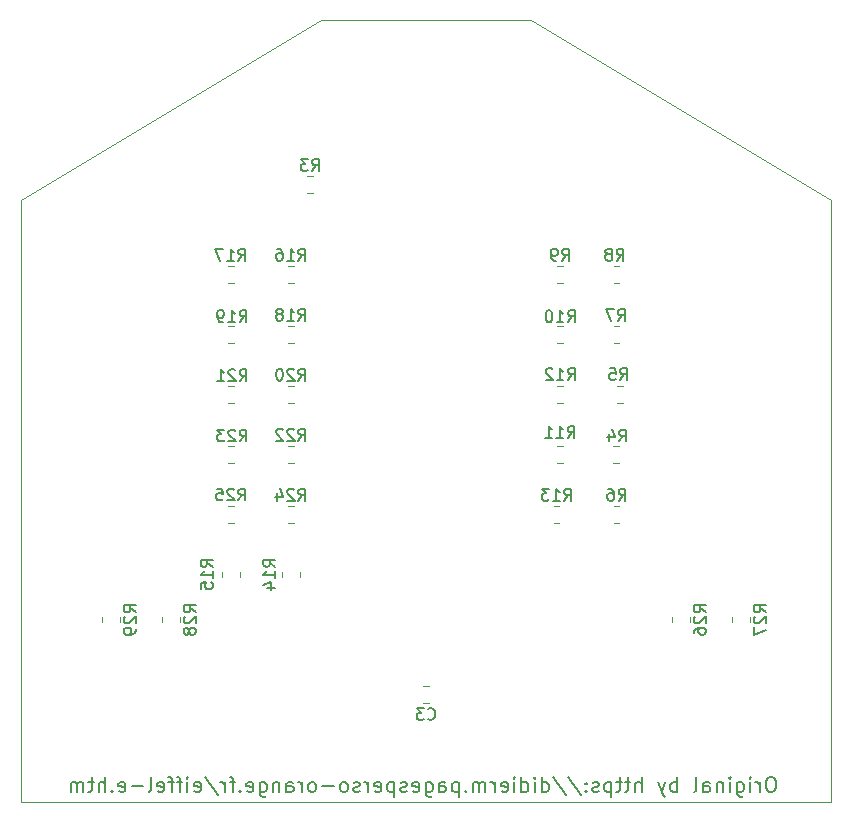
<source format=gbr>
%TF.GenerationSoftware,KiCad,Pcbnew,(6.0.4)*%
%TF.CreationDate,2022-06-08T19:20:38+01:00*%
%TF.ProjectId,Eiffel - Rev B,45696666-656c-4202-9d20-52657620422e,rev?*%
%TF.SameCoordinates,Original*%
%TF.FileFunction,Legend,Bot*%
%TF.FilePolarity,Positive*%
%FSLAX46Y46*%
G04 Gerber Fmt 4.6, Leading zero omitted, Abs format (unit mm)*
G04 Created by KiCad (PCBNEW (6.0.4)) date 2022-06-08 19:20:38*
%MOMM*%
%LPD*%
G01*
G04 APERTURE LIST*
%TA.AperFunction,Profile*%
%ADD10C,0.100000*%
%TD*%
%ADD11C,0.150000*%
%ADD12C,0.120000*%
G04 APERTURE END LIST*
D10*
X71120000Y-85090000D02*
X96520000Y-69850000D01*
X139700000Y-136070000D02*
X139700000Y-85090000D01*
X71120000Y-85090000D02*
X71120000Y-136070000D01*
X71120000Y-136070000D02*
X138430000Y-136070000D01*
X114300000Y-69850000D02*
X139700000Y-85090000D01*
X138430000Y-136070000D02*
X139700000Y-136070000D01*
X96520000Y-69850000D02*
X114300000Y-69850000D01*
D11*
X134739333Y-133986276D02*
X134501238Y-133986276D01*
X134382190Y-134045800D01*
X134263142Y-134164847D01*
X134203619Y-134402942D01*
X134203619Y-134819609D01*
X134263142Y-135057704D01*
X134382190Y-135176752D01*
X134501238Y-135236276D01*
X134739333Y-135236276D01*
X134858380Y-135176752D01*
X134977428Y-135057704D01*
X135036952Y-134819609D01*
X135036952Y-134402942D01*
X134977428Y-134164847D01*
X134858380Y-134045800D01*
X134739333Y-133986276D01*
X133667904Y-135236276D02*
X133667904Y-134402942D01*
X133667904Y-134641038D02*
X133608380Y-134521990D01*
X133548857Y-134462466D01*
X133429809Y-134402942D01*
X133310761Y-134402942D01*
X132894095Y-135236276D02*
X132894095Y-134402942D01*
X132894095Y-133986276D02*
X132953619Y-134045800D01*
X132894095Y-134105323D01*
X132834571Y-134045800D01*
X132894095Y-133986276D01*
X132894095Y-134105323D01*
X131763142Y-134402942D02*
X131763142Y-135414847D01*
X131822666Y-135533895D01*
X131882190Y-135593419D01*
X132001238Y-135652942D01*
X132179809Y-135652942D01*
X132298857Y-135593419D01*
X131763142Y-135176752D02*
X131882190Y-135236276D01*
X132120285Y-135236276D01*
X132239333Y-135176752D01*
X132298857Y-135117228D01*
X132358380Y-134998180D01*
X132358380Y-134641038D01*
X132298857Y-134521990D01*
X132239333Y-134462466D01*
X132120285Y-134402942D01*
X131882190Y-134402942D01*
X131763142Y-134462466D01*
X131167904Y-135236276D02*
X131167904Y-134402942D01*
X131167904Y-133986276D02*
X131227428Y-134045800D01*
X131167904Y-134105323D01*
X131108380Y-134045800D01*
X131167904Y-133986276D01*
X131167904Y-134105323D01*
X130572666Y-134402942D02*
X130572666Y-135236276D01*
X130572666Y-134521990D02*
X130513142Y-134462466D01*
X130394095Y-134402942D01*
X130215523Y-134402942D01*
X130096476Y-134462466D01*
X130036952Y-134581514D01*
X130036952Y-135236276D01*
X128905999Y-135236276D02*
X128905999Y-134581514D01*
X128965523Y-134462466D01*
X129084571Y-134402942D01*
X129322666Y-134402942D01*
X129441714Y-134462466D01*
X128905999Y-135176752D02*
X129025047Y-135236276D01*
X129322666Y-135236276D01*
X129441714Y-135176752D01*
X129501238Y-135057704D01*
X129501238Y-134938657D01*
X129441714Y-134819609D01*
X129322666Y-134760085D01*
X129025047Y-134760085D01*
X128905999Y-134700561D01*
X128132190Y-135236276D02*
X128251238Y-135176752D01*
X128310761Y-135057704D01*
X128310761Y-133986276D01*
X126703619Y-135236276D02*
X126703619Y-133986276D01*
X126703619Y-134462466D02*
X126584571Y-134402942D01*
X126346476Y-134402942D01*
X126227428Y-134462466D01*
X126167904Y-134521990D01*
X126108380Y-134641038D01*
X126108380Y-134998180D01*
X126167904Y-135117228D01*
X126227428Y-135176752D01*
X126346476Y-135236276D01*
X126584571Y-135236276D01*
X126703619Y-135176752D01*
X125691714Y-134402942D02*
X125394095Y-135236276D01*
X125096476Y-134402942D02*
X125394095Y-135236276D01*
X125513142Y-135533895D01*
X125572666Y-135593419D01*
X125691714Y-135652942D01*
X123667904Y-135236276D02*
X123667904Y-133986276D01*
X123132190Y-135236276D02*
X123132190Y-134581514D01*
X123191714Y-134462466D01*
X123310761Y-134402942D01*
X123489333Y-134402942D01*
X123608380Y-134462466D01*
X123667904Y-134521990D01*
X122715523Y-134402942D02*
X122239333Y-134402942D01*
X122536952Y-133986276D02*
X122536952Y-135057704D01*
X122477428Y-135176752D01*
X122358380Y-135236276D01*
X122239333Y-135236276D01*
X122001238Y-134402942D02*
X121525047Y-134402942D01*
X121822666Y-133986276D02*
X121822666Y-135057704D01*
X121763142Y-135176752D01*
X121644095Y-135236276D01*
X121525047Y-135236276D01*
X121108380Y-134402942D02*
X121108380Y-135652942D01*
X121108380Y-134462466D02*
X120989333Y-134402942D01*
X120751238Y-134402942D01*
X120632190Y-134462466D01*
X120572666Y-134521990D01*
X120513142Y-134641038D01*
X120513142Y-134998180D01*
X120572666Y-135117228D01*
X120632190Y-135176752D01*
X120751238Y-135236276D01*
X120989333Y-135236276D01*
X121108380Y-135176752D01*
X120036952Y-135176752D02*
X119917904Y-135236276D01*
X119679809Y-135236276D01*
X119560761Y-135176752D01*
X119501238Y-135057704D01*
X119501238Y-134998180D01*
X119560761Y-134879133D01*
X119679809Y-134819609D01*
X119858380Y-134819609D01*
X119977428Y-134760085D01*
X120036952Y-134641038D01*
X120036952Y-134581514D01*
X119977428Y-134462466D01*
X119858380Y-134402942D01*
X119679809Y-134402942D01*
X119560761Y-134462466D01*
X118965523Y-135117228D02*
X118905999Y-135176752D01*
X118965523Y-135236276D01*
X119025047Y-135176752D01*
X118965523Y-135117228D01*
X118965523Y-135236276D01*
X118965523Y-134462466D02*
X118905999Y-134521990D01*
X118965523Y-134581514D01*
X119025047Y-134521990D01*
X118965523Y-134462466D01*
X118965523Y-134581514D01*
X117477428Y-133926752D02*
X118548857Y-135533895D01*
X116167904Y-133926752D02*
X117239333Y-135533895D01*
X115215523Y-135236276D02*
X115215523Y-133986276D01*
X115215523Y-135176752D02*
X115334571Y-135236276D01*
X115572666Y-135236276D01*
X115691714Y-135176752D01*
X115751238Y-135117228D01*
X115810761Y-134998180D01*
X115810761Y-134641038D01*
X115751238Y-134521990D01*
X115691714Y-134462466D01*
X115572666Y-134402942D01*
X115334571Y-134402942D01*
X115215523Y-134462466D01*
X114620285Y-135236276D02*
X114620285Y-134402942D01*
X114620285Y-133986276D02*
X114679809Y-134045800D01*
X114620285Y-134105323D01*
X114560761Y-134045800D01*
X114620285Y-133986276D01*
X114620285Y-134105323D01*
X113489333Y-135236276D02*
X113489333Y-133986276D01*
X113489333Y-135176752D02*
X113608380Y-135236276D01*
X113846476Y-135236276D01*
X113965523Y-135176752D01*
X114025047Y-135117228D01*
X114084571Y-134998180D01*
X114084571Y-134641038D01*
X114025047Y-134521990D01*
X113965523Y-134462466D01*
X113846476Y-134402942D01*
X113608380Y-134402942D01*
X113489333Y-134462466D01*
X112894095Y-135236276D02*
X112894095Y-134402942D01*
X112894095Y-133986276D02*
X112953619Y-134045800D01*
X112894095Y-134105323D01*
X112834571Y-134045800D01*
X112894095Y-133986276D01*
X112894095Y-134105323D01*
X111822666Y-135176752D02*
X111941714Y-135236276D01*
X112179809Y-135236276D01*
X112298857Y-135176752D01*
X112358380Y-135057704D01*
X112358380Y-134581514D01*
X112298857Y-134462466D01*
X112179809Y-134402942D01*
X111941714Y-134402942D01*
X111822666Y-134462466D01*
X111763142Y-134581514D01*
X111763142Y-134700561D01*
X112358380Y-134819609D01*
X111227428Y-135236276D02*
X111227428Y-134402942D01*
X111227428Y-134641038D02*
X111167904Y-134521990D01*
X111108380Y-134462466D01*
X110989333Y-134402942D01*
X110870285Y-134402942D01*
X110453619Y-135236276D02*
X110453619Y-134402942D01*
X110453619Y-134521990D02*
X110394095Y-134462466D01*
X110275047Y-134402942D01*
X110096476Y-134402942D01*
X109977428Y-134462466D01*
X109917904Y-134581514D01*
X109917904Y-135236276D01*
X109917904Y-134581514D02*
X109858380Y-134462466D01*
X109739333Y-134402942D01*
X109560761Y-134402942D01*
X109441714Y-134462466D01*
X109382190Y-134581514D01*
X109382190Y-135236276D01*
X108786952Y-135117228D02*
X108727428Y-135176752D01*
X108786952Y-135236276D01*
X108846476Y-135176752D01*
X108786952Y-135117228D01*
X108786952Y-135236276D01*
X108191714Y-134402942D02*
X108191714Y-135652942D01*
X108191714Y-134462466D02*
X108072666Y-134402942D01*
X107834571Y-134402942D01*
X107715523Y-134462466D01*
X107655999Y-134521990D01*
X107596476Y-134641038D01*
X107596476Y-134998180D01*
X107655999Y-135117228D01*
X107715523Y-135176752D01*
X107834571Y-135236276D01*
X108072666Y-135236276D01*
X108191714Y-135176752D01*
X106525047Y-135236276D02*
X106525047Y-134581514D01*
X106584571Y-134462466D01*
X106703619Y-134402942D01*
X106941714Y-134402942D01*
X107060761Y-134462466D01*
X106525047Y-135176752D02*
X106644095Y-135236276D01*
X106941714Y-135236276D01*
X107060761Y-135176752D01*
X107120285Y-135057704D01*
X107120285Y-134938657D01*
X107060761Y-134819609D01*
X106941714Y-134760085D01*
X106644095Y-134760085D01*
X106525047Y-134700561D01*
X105394095Y-134402942D02*
X105394095Y-135414847D01*
X105453619Y-135533895D01*
X105513142Y-135593419D01*
X105632190Y-135652942D01*
X105810761Y-135652942D01*
X105929809Y-135593419D01*
X105394095Y-135176752D02*
X105513142Y-135236276D01*
X105751238Y-135236276D01*
X105870285Y-135176752D01*
X105929809Y-135117228D01*
X105989333Y-134998180D01*
X105989333Y-134641038D01*
X105929809Y-134521990D01*
X105870285Y-134462466D01*
X105751238Y-134402942D01*
X105513142Y-134402942D01*
X105394095Y-134462466D01*
X104322666Y-135176752D02*
X104441714Y-135236276D01*
X104679809Y-135236276D01*
X104798857Y-135176752D01*
X104858380Y-135057704D01*
X104858380Y-134581514D01*
X104798857Y-134462466D01*
X104679809Y-134402942D01*
X104441714Y-134402942D01*
X104322666Y-134462466D01*
X104263142Y-134581514D01*
X104263142Y-134700561D01*
X104858380Y-134819609D01*
X103786952Y-135176752D02*
X103667904Y-135236276D01*
X103429809Y-135236276D01*
X103310761Y-135176752D01*
X103251238Y-135057704D01*
X103251238Y-134998180D01*
X103310761Y-134879133D01*
X103429809Y-134819609D01*
X103608380Y-134819609D01*
X103727428Y-134760085D01*
X103786952Y-134641038D01*
X103786952Y-134581514D01*
X103727428Y-134462466D01*
X103608380Y-134402942D01*
X103429809Y-134402942D01*
X103310761Y-134462466D01*
X102715523Y-134402942D02*
X102715523Y-135652942D01*
X102715523Y-134462466D02*
X102596476Y-134402942D01*
X102358380Y-134402942D01*
X102239333Y-134462466D01*
X102179809Y-134521990D01*
X102120285Y-134641038D01*
X102120285Y-134998180D01*
X102179809Y-135117228D01*
X102239333Y-135176752D01*
X102358380Y-135236276D01*
X102596476Y-135236276D01*
X102715523Y-135176752D01*
X101108380Y-135176752D02*
X101227428Y-135236276D01*
X101465523Y-135236276D01*
X101584571Y-135176752D01*
X101644095Y-135057704D01*
X101644095Y-134581514D01*
X101584571Y-134462466D01*
X101465523Y-134402942D01*
X101227428Y-134402942D01*
X101108380Y-134462466D01*
X101048857Y-134581514D01*
X101048857Y-134700561D01*
X101644095Y-134819609D01*
X100513142Y-135236276D02*
X100513142Y-134402942D01*
X100513142Y-134641038D02*
X100453619Y-134521990D01*
X100394095Y-134462466D01*
X100275047Y-134402942D01*
X100155999Y-134402942D01*
X99798857Y-135176752D02*
X99679809Y-135236276D01*
X99441714Y-135236276D01*
X99322666Y-135176752D01*
X99263142Y-135057704D01*
X99263142Y-134998180D01*
X99322666Y-134879133D01*
X99441714Y-134819609D01*
X99620285Y-134819609D01*
X99739333Y-134760085D01*
X99798857Y-134641038D01*
X99798857Y-134581514D01*
X99739333Y-134462466D01*
X99620285Y-134402942D01*
X99441714Y-134402942D01*
X99322666Y-134462466D01*
X98548857Y-135236276D02*
X98667904Y-135176752D01*
X98727428Y-135117228D01*
X98786952Y-134998180D01*
X98786952Y-134641038D01*
X98727428Y-134521990D01*
X98667904Y-134462466D01*
X98548857Y-134402942D01*
X98370285Y-134402942D01*
X98251238Y-134462466D01*
X98191714Y-134521990D01*
X98132190Y-134641038D01*
X98132190Y-134998180D01*
X98191714Y-135117228D01*
X98251238Y-135176752D01*
X98370285Y-135236276D01*
X98548857Y-135236276D01*
X97596476Y-134760085D02*
X96644095Y-134760085D01*
X95870285Y-135236276D02*
X95989333Y-135176752D01*
X96048857Y-135117228D01*
X96108380Y-134998180D01*
X96108380Y-134641038D01*
X96048857Y-134521990D01*
X95989333Y-134462466D01*
X95870285Y-134402942D01*
X95691714Y-134402942D01*
X95572666Y-134462466D01*
X95513142Y-134521990D01*
X95453619Y-134641038D01*
X95453619Y-134998180D01*
X95513142Y-135117228D01*
X95572666Y-135176752D01*
X95691714Y-135236276D01*
X95870285Y-135236276D01*
X94917904Y-135236276D02*
X94917904Y-134402942D01*
X94917904Y-134641038D02*
X94858380Y-134521990D01*
X94798857Y-134462466D01*
X94679809Y-134402942D01*
X94560761Y-134402942D01*
X93608380Y-135236276D02*
X93608380Y-134581514D01*
X93667904Y-134462466D01*
X93786952Y-134402942D01*
X94025047Y-134402942D01*
X94144095Y-134462466D01*
X93608380Y-135176752D02*
X93727428Y-135236276D01*
X94025047Y-135236276D01*
X94144095Y-135176752D01*
X94203619Y-135057704D01*
X94203619Y-134938657D01*
X94144095Y-134819609D01*
X94025047Y-134760085D01*
X93727428Y-134760085D01*
X93608380Y-134700561D01*
X93013142Y-134402942D02*
X93013142Y-135236276D01*
X93013142Y-134521990D02*
X92953619Y-134462466D01*
X92834571Y-134402942D01*
X92655999Y-134402942D01*
X92536952Y-134462466D01*
X92477428Y-134581514D01*
X92477428Y-135236276D01*
X91346476Y-134402942D02*
X91346476Y-135414847D01*
X91405999Y-135533895D01*
X91465523Y-135593419D01*
X91584571Y-135652942D01*
X91763142Y-135652942D01*
X91882190Y-135593419D01*
X91346476Y-135176752D02*
X91465523Y-135236276D01*
X91703619Y-135236276D01*
X91822666Y-135176752D01*
X91882190Y-135117228D01*
X91941714Y-134998180D01*
X91941714Y-134641038D01*
X91882190Y-134521990D01*
X91822666Y-134462466D01*
X91703619Y-134402942D01*
X91465523Y-134402942D01*
X91346476Y-134462466D01*
X90275047Y-135176752D02*
X90394095Y-135236276D01*
X90632190Y-135236276D01*
X90751238Y-135176752D01*
X90810761Y-135057704D01*
X90810761Y-134581514D01*
X90751238Y-134462466D01*
X90632190Y-134402942D01*
X90394095Y-134402942D01*
X90275047Y-134462466D01*
X90215523Y-134581514D01*
X90215523Y-134700561D01*
X90810761Y-134819609D01*
X89679809Y-135117228D02*
X89620285Y-135176752D01*
X89679809Y-135236276D01*
X89739333Y-135176752D01*
X89679809Y-135117228D01*
X89679809Y-135236276D01*
X89263142Y-134402942D02*
X88786952Y-134402942D01*
X89084571Y-135236276D02*
X89084571Y-134164847D01*
X89025047Y-134045800D01*
X88905999Y-133986276D01*
X88786952Y-133986276D01*
X88370285Y-135236276D02*
X88370285Y-134402942D01*
X88370285Y-134641038D02*
X88310761Y-134521990D01*
X88251238Y-134462466D01*
X88132190Y-134402942D01*
X88013142Y-134402942D01*
X86703619Y-133926752D02*
X87775047Y-135533895D01*
X85810761Y-135176752D02*
X85929809Y-135236276D01*
X86167904Y-135236276D01*
X86286952Y-135176752D01*
X86346476Y-135057704D01*
X86346476Y-134581514D01*
X86286952Y-134462466D01*
X86167904Y-134402942D01*
X85929809Y-134402942D01*
X85810761Y-134462466D01*
X85751238Y-134581514D01*
X85751238Y-134700561D01*
X86346476Y-134819609D01*
X85215523Y-135236276D02*
X85215523Y-134402942D01*
X85215523Y-133986276D02*
X85275047Y-134045800D01*
X85215523Y-134105323D01*
X85155999Y-134045800D01*
X85215523Y-133986276D01*
X85215523Y-134105323D01*
X84798857Y-134402942D02*
X84322666Y-134402942D01*
X84620285Y-135236276D02*
X84620285Y-134164847D01*
X84560761Y-134045800D01*
X84441714Y-133986276D01*
X84322666Y-133986276D01*
X84084571Y-134402942D02*
X83608380Y-134402942D01*
X83905999Y-135236276D02*
X83905999Y-134164847D01*
X83846476Y-134045800D01*
X83727428Y-133986276D01*
X83608380Y-133986276D01*
X82715523Y-135176752D02*
X82834571Y-135236276D01*
X83072666Y-135236276D01*
X83191714Y-135176752D01*
X83251238Y-135057704D01*
X83251238Y-134581514D01*
X83191714Y-134462466D01*
X83072666Y-134402942D01*
X82834571Y-134402942D01*
X82715523Y-134462466D01*
X82655999Y-134581514D01*
X82655999Y-134700561D01*
X83251238Y-134819609D01*
X81941714Y-135236276D02*
X82060761Y-135176752D01*
X82120285Y-135057704D01*
X82120285Y-133986276D01*
X81465523Y-134760085D02*
X80513142Y-134760085D01*
X79441714Y-135176752D02*
X79560761Y-135236276D01*
X79798857Y-135236276D01*
X79917904Y-135176752D01*
X79977428Y-135057704D01*
X79977428Y-134581514D01*
X79917904Y-134462466D01*
X79798857Y-134402942D01*
X79560761Y-134402942D01*
X79441714Y-134462466D01*
X79382190Y-134581514D01*
X79382190Y-134700561D01*
X79977428Y-134819609D01*
X78846476Y-135117228D02*
X78786952Y-135176752D01*
X78846476Y-135236276D01*
X78905999Y-135176752D01*
X78846476Y-135117228D01*
X78846476Y-135236276D01*
X78251238Y-135236276D02*
X78251238Y-133986276D01*
X77715523Y-135236276D02*
X77715523Y-134581514D01*
X77775047Y-134462466D01*
X77894095Y-134402942D01*
X78072666Y-134402942D01*
X78191714Y-134462466D01*
X78251238Y-134521990D01*
X77298857Y-134402942D02*
X76822666Y-134402942D01*
X77120285Y-133986276D02*
X77120285Y-135057704D01*
X77060761Y-135176752D01*
X76941714Y-135236276D01*
X76822666Y-135236276D01*
X76405999Y-135236276D02*
X76405999Y-134402942D01*
X76405999Y-134521990D02*
X76346476Y-134462466D01*
X76227428Y-134402942D01*
X76048857Y-134402942D01*
X75929809Y-134462466D01*
X75870285Y-134581514D01*
X75870285Y-135236276D01*
X75870285Y-134581514D02*
X75810761Y-134462466D01*
X75691714Y-134402942D01*
X75513142Y-134402942D01*
X75394095Y-134462466D01*
X75334571Y-134581514D01*
X75334571Y-135236276D01*
%TO.C,R9*%
X116938866Y-90242380D02*
X117272200Y-89766190D01*
X117510295Y-90242380D02*
X117510295Y-89242380D01*
X117129342Y-89242380D01*
X117034104Y-89290000D01*
X116986485Y-89337619D01*
X116938866Y-89432857D01*
X116938866Y-89575714D01*
X116986485Y-89670952D01*
X117034104Y-89718571D01*
X117129342Y-89766190D01*
X117510295Y-89766190D01*
X116462676Y-90242380D02*
X116272200Y-90242380D01*
X116176961Y-90194761D01*
X116129342Y-90147142D01*
X116034104Y-90004285D01*
X115986485Y-89813809D01*
X115986485Y-89432857D01*
X116034104Y-89337619D01*
X116081723Y-89290000D01*
X116176961Y-89242380D01*
X116367438Y-89242380D01*
X116462676Y-89290000D01*
X116510295Y-89337619D01*
X116557914Y-89432857D01*
X116557914Y-89670952D01*
X116510295Y-89766190D01*
X116462676Y-89813809D01*
X116367438Y-89861428D01*
X116176961Y-89861428D01*
X116081723Y-89813809D01*
X116034104Y-89766190D01*
X115986485Y-89670952D01*
%TO.C,R17*%
X89542857Y-90252380D02*
X89876190Y-89776190D01*
X90114285Y-90252380D02*
X90114285Y-89252380D01*
X89733333Y-89252380D01*
X89638095Y-89300000D01*
X89590476Y-89347619D01*
X89542857Y-89442857D01*
X89542857Y-89585714D01*
X89590476Y-89680952D01*
X89638095Y-89728571D01*
X89733333Y-89776190D01*
X90114285Y-89776190D01*
X88590476Y-90252380D02*
X89161904Y-90252380D01*
X88876190Y-90252380D02*
X88876190Y-89252380D01*
X88971428Y-89395238D01*
X89066666Y-89490476D01*
X89161904Y-89538095D01*
X88257142Y-89252380D02*
X87590476Y-89252380D01*
X88019047Y-90252380D01*
%TO.C,R13*%
X117125357Y-110562380D02*
X117458690Y-110086190D01*
X117696785Y-110562380D02*
X117696785Y-109562380D01*
X117315833Y-109562380D01*
X117220595Y-109610000D01*
X117172976Y-109657619D01*
X117125357Y-109752857D01*
X117125357Y-109895714D01*
X117172976Y-109990952D01*
X117220595Y-110038571D01*
X117315833Y-110086190D01*
X117696785Y-110086190D01*
X116172976Y-110562380D02*
X116744404Y-110562380D01*
X116458690Y-110562380D02*
X116458690Y-109562380D01*
X116553928Y-109705238D01*
X116649166Y-109800476D01*
X116744404Y-109848095D01*
X115839642Y-109562380D02*
X115220595Y-109562380D01*
X115553928Y-109943333D01*
X115411071Y-109943333D01*
X115315833Y-109990952D01*
X115268214Y-110038571D01*
X115220595Y-110133809D01*
X115220595Y-110371904D01*
X115268214Y-110467142D01*
X115315833Y-110514761D01*
X115411071Y-110562380D01*
X115696785Y-110562380D01*
X115792023Y-110514761D01*
X115839642Y-110467142D01*
%TO.C,R20*%
X94622857Y-100402380D02*
X94956190Y-99926190D01*
X95194285Y-100402380D02*
X95194285Y-99402380D01*
X94813333Y-99402380D01*
X94718095Y-99450000D01*
X94670476Y-99497619D01*
X94622857Y-99592857D01*
X94622857Y-99735714D01*
X94670476Y-99830952D01*
X94718095Y-99878571D01*
X94813333Y-99926190D01*
X95194285Y-99926190D01*
X94241904Y-99497619D02*
X94194285Y-99450000D01*
X94099047Y-99402380D01*
X93860952Y-99402380D01*
X93765714Y-99450000D01*
X93718095Y-99497619D01*
X93670476Y-99592857D01*
X93670476Y-99688095D01*
X93718095Y-99830952D01*
X94289523Y-100402380D01*
X93670476Y-100402380D01*
X93051428Y-99402380D02*
X92956190Y-99402380D01*
X92860952Y-99450000D01*
X92813333Y-99497619D01*
X92765714Y-99592857D01*
X92718095Y-99783333D01*
X92718095Y-100021428D01*
X92765714Y-100211904D01*
X92813333Y-100307142D01*
X92860952Y-100354761D01*
X92956190Y-100402380D01*
X93051428Y-100402380D01*
X93146666Y-100354761D01*
X93194285Y-100307142D01*
X93241904Y-100211904D01*
X93289523Y-100021428D01*
X93289523Y-99783333D01*
X93241904Y-99592857D01*
X93194285Y-99497619D01*
X93146666Y-99450000D01*
X93051428Y-99402380D01*
%TO.C,R4*%
X121766666Y-105552380D02*
X122100000Y-105076190D01*
X122338095Y-105552380D02*
X122338095Y-104552380D01*
X121957142Y-104552380D01*
X121861904Y-104600000D01*
X121814285Y-104647619D01*
X121766666Y-104742857D01*
X121766666Y-104885714D01*
X121814285Y-104980952D01*
X121861904Y-105028571D01*
X121957142Y-105076190D01*
X122338095Y-105076190D01*
X120909523Y-104885714D02*
X120909523Y-105552380D01*
X121147619Y-104504761D02*
X121385714Y-105219047D01*
X120766666Y-105219047D01*
%TO.C,R3*%
X95774166Y-82652380D02*
X96107500Y-82176190D01*
X96345595Y-82652380D02*
X96345595Y-81652380D01*
X95964642Y-81652380D01*
X95869404Y-81700000D01*
X95821785Y-81747619D01*
X95774166Y-81842857D01*
X95774166Y-81985714D01*
X95821785Y-82080952D01*
X95869404Y-82128571D01*
X95964642Y-82176190D01*
X96345595Y-82176190D01*
X95440833Y-81652380D02*
X94821785Y-81652380D01*
X95155119Y-82033333D01*
X95012261Y-82033333D01*
X94917023Y-82080952D01*
X94869404Y-82128571D01*
X94821785Y-82223809D01*
X94821785Y-82461904D01*
X94869404Y-82557142D01*
X94917023Y-82604761D01*
X95012261Y-82652380D01*
X95297976Y-82652380D01*
X95393214Y-82604761D01*
X95440833Y-82557142D01*
%TO.C,R25*%
X89542857Y-110552380D02*
X89876190Y-110076190D01*
X90114285Y-110552380D02*
X90114285Y-109552380D01*
X89733333Y-109552380D01*
X89638095Y-109600000D01*
X89590476Y-109647619D01*
X89542857Y-109742857D01*
X89542857Y-109885714D01*
X89590476Y-109980952D01*
X89638095Y-110028571D01*
X89733333Y-110076190D01*
X90114285Y-110076190D01*
X89161904Y-109647619D02*
X89114285Y-109600000D01*
X89019047Y-109552380D01*
X88780952Y-109552380D01*
X88685714Y-109600000D01*
X88638095Y-109647619D01*
X88590476Y-109742857D01*
X88590476Y-109838095D01*
X88638095Y-109980952D01*
X89209523Y-110552380D01*
X88590476Y-110552380D01*
X87685714Y-109552380D02*
X88161904Y-109552380D01*
X88209523Y-110028571D01*
X88161904Y-109980952D01*
X88066666Y-109933333D01*
X87828571Y-109933333D01*
X87733333Y-109980952D01*
X87685714Y-110028571D01*
X87638095Y-110123809D01*
X87638095Y-110361904D01*
X87685714Y-110457142D01*
X87733333Y-110504761D01*
X87828571Y-110552380D01*
X88066666Y-110552380D01*
X88161904Y-110504761D01*
X88209523Y-110457142D01*
%TO.C,R18*%
X94622857Y-95322380D02*
X94956190Y-94846190D01*
X95194285Y-95322380D02*
X95194285Y-94322380D01*
X94813333Y-94322380D01*
X94718095Y-94370000D01*
X94670476Y-94417619D01*
X94622857Y-94512857D01*
X94622857Y-94655714D01*
X94670476Y-94750952D01*
X94718095Y-94798571D01*
X94813333Y-94846190D01*
X95194285Y-94846190D01*
X93670476Y-95322380D02*
X94241904Y-95322380D01*
X93956190Y-95322380D02*
X93956190Y-94322380D01*
X94051428Y-94465238D01*
X94146666Y-94560476D01*
X94241904Y-94608095D01*
X93099047Y-94750952D02*
X93194285Y-94703333D01*
X93241904Y-94655714D01*
X93289523Y-94560476D01*
X93289523Y-94512857D01*
X93241904Y-94417619D01*
X93194285Y-94370000D01*
X93099047Y-94322380D01*
X92908571Y-94322380D01*
X92813333Y-94370000D01*
X92765714Y-94417619D01*
X92718095Y-94512857D01*
X92718095Y-94560476D01*
X92765714Y-94655714D01*
X92813333Y-94703333D01*
X92908571Y-94750952D01*
X93099047Y-94750952D01*
X93194285Y-94798571D01*
X93241904Y-94846190D01*
X93289523Y-94941428D01*
X93289523Y-95131904D01*
X93241904Y-95227142D01*
X93194285Y-95274761D01*
X93099047Y-95322380D01*
X92908571Y-95322380D01*
X92813333Y-95274761D01*
X92765714Y-95227142D01*
X92718095Y-95131904D01*
X92718095Y-94941428D01*
X92765714Y-94846190D01*
X92813333Y-94798571D01*
X92908571Y-94750952D01*
%TO.C,R14*%
X92652380Y-116157142D02*
X92176190Y-115823809D01*
X92652380Y-115585714D02*
X91652380Y-115585714D01*
X91652380Y-115966666D01*
X91700000Y-116061904D01*
X91747619Y-116109523D01*
X91842857Y-116157142D01*
X91985714Y-116157142D01*
X92080952Y-116109523D01*
X92128571Y-116061904D01*
X92176190Y-115966666D01*
X92176190Y-115585714D01*
X92652380Y-117109523D02*
X92652380Y-116538095D01*
X92652380Y-116823809D02*
X91652380Y-116823809D01*
X91795238Y-116728571D01*
X91890476Y-116633333D01*
X91938095Y-116538095D01*
X91985714Y-117966666D02*
X92652380Y-117966666D01*
X91604761Y-117728571D02*
X92319047Y-117490476D01*
X92319047Y-118109523D01*
%TO.C,R23*%
X89642857Y-105552380D02*
X89976190Y-105076190D01*
X90214285Y-105552380D02*
X90214285Y-104552380D01*
X89833333Y-104552380D01*
X89738095Y-104600000D01*
X89690476Y-104647619D01*
X89642857Y-104742857D01*
X89642857Y-104885714D01*
X89690476Y-104980952D01*
X89738095Y-105028571D01*
X89833333Y-105076190D01*
X90214285Y-105076190D01*
X89261904Y-104647619D02*
X89214285Y-104600000D01*
X89119047Y-104552380D01*
X88880952Y-104552380D01*
X88785714Y-104600000D01*
X88738095Y-104647619D01*
X88690476Y-104742857D01*
X88690476Y-104838095D01*
X88738095Y-104980952D01*
X89309523Y-105552380D01*
X88690476Y-105552380D01*
X88357142Y-104552380D02*
X87738095Y-104552380D01*
X88071428Y-104933333D01*
X87928571Y-104933333D01*
X87833333Y-104980952D01*
X87785714Y-105028571D01*
X87738095Y-105123809D01*
X87738095Y-105361904D01*
X87785714Y-105457142D01*
X87833333Y-105504761D01*
X87928571Y-105552380D01*
X88214285Y-105552380D01*
X88309523Y-105504761D01*
X88357142Y-105457142D01*
%TO.C,R27*%
X134182380Y-120007142D02*
X133706190Y-119673809D01*
X134182380Y-119435714D02*
X133182380Y-119435714D01*
X133182380Y-119816666D01*
X133230000Y-119911904D01*
X133277619Y-119959523D01*
X133372857Y-120007142D01*
X133515714Y-120007142D01*
X133610952Y-119959523D01*
X133658571Y-119911904D01*
X133706190Y-119816666D01*
X133706190Y-119435714D01*
X133277619Y-120388095D02*
X133230000Y-120435714D01*
X133182380Y-120530952D01*
X133182380Y-120769047D01*
X133230000Y-120864285D01*
X133277619Y-120911904D01*
X133372857Y-120959523D01*
X133468095Y-120959523D01*
X133610952Y-120911904D01*
X134182380Y-120340476D01*
X134182380Y-120959523D01*
X133182380Y-121292857D02*
X133182380Y-121959523D01*
X134182380Y-121530952D01*
%TO.C,R7*%
X121666666Y-95352380D02*
X122000000Y-94876190D01*
X122238095Y-95352380D02*
X122238095Y-94352380D01*
X121857142Y-94352380D01*
X121761904Y-94400000D01*
X121714285Y-94447619D01*
X121666666Y-94542857D01*
X121666666Y-94685714D01*
X121714285Y-94780952D01*
X121761904Y-94828571D01*
X121857142Y-94876190D01*
X122238095Y-94876190D01*
X121333333Y-94352380D02*
X120666666Y-94352380D01*
X121095238Y-95352380D01*
%TO.C,R26*%
X129102380Y-120007142D02*
X128626190Y-119673809D01*
X129102380Y-119435714D02*
X128102380Y-119435714D01*
X128102380Y-119816666D01*
X128150000Y-119911904D01*
X128197619Y-119959523D01*
X128292857Y-120007142D01*
X128435714Y-120007142D01*
X128530952Y-119959523D01*
X128578571Y-119911904D01*
X128626190Y-119816666D01*
X128626190Y-119435714D01*
X128197619Y-120388095D02*
X128150000Y-120435714D01*
X128102380Y-120530952D01*
X128102380Y-120769047D01*
X128150000Y-120864285D01*
X128197619Y-120911904D01*
X128292857Y-120959523D01*
X128388095Y-120959523D01*
X128530952Y-120911904D01*
X129102380Y-120340476D01*
X129102380Y-120959523D01*
X128102380Y-121816666D02*
X128102380Y-121626190D01*
X128150000Y-121530952D01*
X128197619Y-121483333D01*
X128340476Y-121388095D01*
X128530952Y-121340476D01*
X128911904Y-121340476D01*
X129007142Y-121388095D01*
X129054761Y-121435714D01*
X129102380Y-121530952D01*
X129102380Y-121721428D01*
X129054761Y-121816666D01*
X129007142Y-121864285D01*
X128911904Y-121911904D01*
X128673809Y-121911904D01*
X128578571Y-121864285D01*
X128530952Y-121816666D01*
X128483333Y-121721428D01*
X128483333Y-121530952D01*
X128530952Y-121435714D01*
X128578571Y-121388095D01*
X128673809Y-121340476D01*
%TO.C,R21*%
X89642857Y-100452380D02*
X89976190Y-99976190D01*
X90214285Y-100452380D02*
X90214285Y-99452380D01*
X89833333Y-99452380D01*
X89738095Y-99500000D01*
X89690476Y-99547619D01*
X89642857Y-99642857D01*
X89642857Y-99785714D01*
X89690476Y-99880952D01*
X89738095Y-99928571D01*
X89833333Y-99976190D01*
X90214285Y-99976190D01*
X89261904Y-99547619D02*
X89214285Y-99500000D01*
X89119047Y-99452380D01*
X88880952Y-99452380D01*
X88785714Y-99500000D01*
X88738095Y-99547619D01*
X88690476Y-99642857D01*
X88690476Y-99738095D01*
X88738095Y-99880952D01*
X89309523Y-100452380D01*
X88690476Y-100452380D01*
X87738095Y-100452380D02*
X88309523Y-100452380D01*
X88023809Y-100452380D02*
X88023809Y-99452380D01*
X88119047Y-99595238D01*
X88214285Y-99690476D01*
X88309523Y-99738095D01*
%TO.C,R29*%
X80842380Y-120007142D02*
X80366190Y-119673809D01*
X80842380Y-119435714D02*
X79842380Y-119435714D01*
X79842380Y-119816666D01*
X79890000Y-119911904D01*
X79937619Y-119959523D01*
X80032857Y-120007142D01*
X80175714Y-120007142D01*
X80270952Y-119959523D01*
X80318571Y-119911904D01*
X80366190Y-119816666D01*
X80366190Y-119435714D01*
X79937619Y-120388095D02*
X79890000Y-120435714D01*
X79842380Y-120530952D01*
X79842380Y-120769047D01*
X79890000Y-120864285D01*
X79937619Y-120911904D01*
X80032857Y-120959523D01*
X80128095Y-120959523D01*
X80270952Y-120911904D01*
X80842380Y-120340476D01*
X80842380Y-120959523D01*
X80842380Y-121435714D02*
X80842380Y-121626190D01*
X80794761Y-121721428D01*
X80747142Y-121769047D01*
X80604285Y-121864285D01*
X80413809Y-121911904D01*
X80032857Y-121911904D01*
X79937619Y-121864285D01*
X79890000Y-121816666D01*
X79842380Y-121721428D01*
X79842380Y-121530952D01*
X79890000Y-121435714D01*
X79937619Y-121388095D01*
X80032857Y-121340476D01*
X80270952Y-121340476D01*
X80366190Y-121388095D01*
X80413809Y-121435714D01*
X80461428Y-121530952D01*
X80461428Y-121721428D01*
X80413809Y-121816666D01*
X80366190Y-121864285D01*
X80270952Y-121911904D01*
%TO.C,R28*%
X85922380Y-120007142D02*
X85446190Y-119673809D01*
X85922380Y-119435714D02*
X84922380Y-119435714D01*
X84922380Y-119816666D01*
X84970000Y-119911904D01*
X85017619Y-119959523D01*
X85112857Y-120007142D01*
X85255714Y-120007142D01*
X85350952Y-119959523D01*
X85398571Y-119911904D01*
X85446190Y-119816666D01*
X85446190Y-119435714D01*
X85017619Y-120388095D02*
X84970000Y-120435714D01*
X84922380Y-120530952D01*
X84922380Y-120769047D01*
X84970000Y-120864285D01*
X85017619Y-120911904D01*
X85112857Y-120959523D01*
X85208095Y-120959523D01*
X85350952Y-120911904D01*
X85922380Y-120340476D01*
X85922380Y-120959523D01*
X85350952Y-121530952D02*
X85303333Y-121435714D01*
X85255714Y-121388095D01*
X85160476Y-121340476D01*
X85112857Y-121340476D01*
X85017619Y-121388095D01*
X84970000Y-121435714D01*
X84922380Y-121530952D01*
X84922380Y-121721428D01*
X84970000Y-121816666D01*
X85017619Y-121864285D01*
X85112857Y-121911904D01*
X85160476Y-121911904D01*
X85255714Y-121864285D01*
X85303333Y-121816666D01*
X85350952Y-121721428D01*
X85350952Y-121530952D01*
X85398571Y-121435714D01*
X85446190Y-121388095D01*
X85541428Y-121340476D01*
X85731904Y-121340476D01*
X85827142Y-121388095D01*
X85874761Y-121435714D01*
X85922380Y-121530952D01*
X85922380Y-121721428D01*
X85874761Y-121816666D01*
X85827142Y-121864285D01*
X85731904Y-121911904D01*
X85541428Y-121911904D01*
X85446190Y-121864285D01*
X85398571Y-121816666D01*
X85350952Y-121721428D01*
%TO.C,R12*%
X117442857Y-100352380D02*
X117776190Y-99876190D01*
X118014285Y-100352380D02*
X118014285Y-99352380D01*
X117633333Y-99352380D01*
X117538095Y-99400000D01*
X117490476Y-99447619D01*
X117442857Y-99542857D01*
X117442857Y-99685714D01*
X117490476Y-99780952D01*
X117538095Y-99828571D01*
X117633333Y-99876190D01*
X118014285Y-99876190D01*
X116490476Y-100352380D02*
X117061904Y-100352380D01*
X116776190Y-100352380D02*
X116776190Y-99352380D01*
X116871428Y-99495238D01*
X116966666Y-99590476D01*
X117061904Y-99638095D01*
X116109523Y-99447619D02*
X116061904Y-99400000D01*
X115966666Y-99352380D01*
X115728571Y-99352380D01*
X115633333Y-99400000D01*
X115585714Y-99447619D01*
X115538095Y-99542857D01*
X115538095Y-99638095D01*
X115585714Y-99780952D01*
X116157142Y-100352380D01*
X115538095Y-100352380D01*
%TO.C,R10*%
X117442857Y-95452380D02*
X117776190Y-94976190D01*
X118014285Y-95452380D02*
X118014285Y-94452380D01*
X117633333Y-94452380D01*
X117538095Y-94500000D01*
X117490476Y-94547619D01*
X117442857Y-94642857D01*
X117442857Y-94785714D01*
X117490476Y-94880952D01*
X117538095Y-94928571D01*
X117633333Y-94976190D01*
X118014285Y-94976190D01*
X116490476Y-95452380D02*
X117061904Y-95452380D01*
X116776190Y-95452380D02*
X116776190Y-94452380D01*
X116871428Y-94595238D01*
X116966666Y-94690476D01*
X117061904Y-94738095D01*
X115871428Y-94452380D02*
X115776190Y-94452380D01*
X115680952Y-94500000D01*
X115633333Y-94547619D01*
X115585714Y-94642857D01*
X115538095Y-94833333D01*
X115538095Y-95071428D01*
X115585714Y-95261904D01*
X115633333Y-95357142D01*
X115680952Y-95404761D01*
X115776190Y-95452380D01*
X115871428Y-95452380D01*
X115966666Y-95404761D01*
X116014285Y-95357142D01*
X116061904Y-95261904D01*
X116109523Y-95071428D01*
X116109523Y-94833333D01*
X116061904Y-94642857D01*
X116014285Y-94547619D01*
X115966666Y-94500000D01*
X115871428Y-94452380D01*
%TO.C,R15*%
X87352380Y-116157142D02*
X86876190Y-115823809D01*
X87352380Y-115585714D02*
X86352380Y-115585714D01*
X86352380Y-115966666D01*
X86400000Y-116061904D01*
X86447619Y-116109523D01*
X86542857Y-116157142D01*
X86685714Y-116157142D01*
X86780952Y-116109523D01*
X86828571Y-116061904D01*
X86876190Y-115966666D01*
X86876190Y-115585714D01*
X87352380Y-117109523D02*
X87352380Y-116538095D01*
X87352380Y-116823809D02*
X86352380Y-116823809D01*
X86495238Y-116728571D01*
X86590476Y-116633333D01*
X86638095Y-116538095D01*
X86352380Y-118014285D02*
X86352380Y-117538095D01*
X86828571Y-117490476D01*
X86780952Y-117538095D01*
X86733333Y-117633333D01*
X86733333Y-117871428D01*
X86780952Y-117966666D01*
X86828571Y-118014285D01*
X86923809Y-118061904D01*
X87161904Y-118061904D01*
X87257142Y-118014285D01*
X87304761Y-117966666D01*
X87352380Y-117871428D01*
X87352380Y-117633333D01*
X87304761Y-117538095D01*
X87257142Y-117490476D01*
%TO.C,R8*%
X121566666Y-90252380D02*
X121900000Y-89776190D01*
X122138095Y-90252380D02*
X122138095Y-89252380D01*
X121757142Y-89252380D01*
X121661904Y-89300000D01*
X121614285Y-89347619D01*
X121566666Y-89442857D01*
X121566666Y-89585714D01*
X121614285Y-89680952D01*
X121661904Y-89728571D01*
X121757142Y-89776190D01*
X122138095Y-89776190D01*
X120995238Y-89680952D02*
X121090476Y-89633333D01*
X121138095Y-89585714D01*
X121185714Y-89490476D01*
X121185714Y-89442857D01*
X121138095Y-89347619D01*
X121090476Y-89300000D01*
X120995238Y-89252380D01*
X120804761Y-89252380D01*
X120709523Y-89300000D01*
X120661904Y-89347619D01*
X120614285Y-89442857D01*
X120614285Y-89490476D01*
X120661904Y-89585714D01*
X120709523Y-89633333D01*
X120804761Y-89680952D01*
X120995238Y-89680952D01*
X121090476Y-89728571D01*
X121138095Y-89776190D01*
X121185714Y-89871428D01*
X121185714Y-90061904D01*
X121138095Y-90157142D01*
X121090476Y-90204761D01*
X120995238Y-90252380D01*
X120804761Y-90252380D01*
X120709523Y-90204761D01*
X120661904Y-90157142D01*
X120614285Y-90061904D01*
X120614285Y-89871428D01*
X120661904Y-89776190D01*
X120709523Y-89728571D01*
X120804761Y-89680952D01*
%TO.C,R24*%
X94622857Y-110562380D02*
X94956190Y-110086190D01*
X95194285Y-110562380D02*
X95194285Y-109562380D01*
X94813333Y-109562380D01*
X94718095Y-109610000D01*
X94670476Y-109657619D01*
X94622857Y-109752857D01*
X94622857Y-109895714D01*
X94670476Y-109990952D01*
X94718095Y-110038571D01*
X94813333Y-110086190D01*
X95194285Y-110086190D01*
X94241904Y-109657619D02*
X94194285Y-109610000D01*
X94099047Y-109562380D01*
X93860952Y-109562380D01*
X93765714Y-109610000D01*
X93718095Y-109657619D01*
X93670476Y-109752857D01*
X93670476Y-109848095D01*
X93718095Y-109990952D01*
X94289523Y-110562380D01*
X93670476Y-110562380D01*
X92813333Y-109895714D02*
X92813333Y-110562380D01*
X93051428Y-109514761D02*
X93289523Y-110229047D01*
X92670476Y-110229047D01*
%TO.C,R11*%
X117415057Y-105252380D02*
X117748390Y-104776190D01*
X117986485Y-105252380D02*
X117986485Y-104252380D01*
X117605533Y-104252380D01*
X117510295Y-104300000D01*
X117462676Y-104347619D01*
X117415057Y-104442857D01*
X117415057Y-104585714D01*
X117462676Y-104680952D01*
X117510295Y-104728571D01*
X117605533Y-104776190D01*
X117986485Y-104776190D01*
X116462676Y-105252380D02*
X117034104Y-105252380D01*
X116748390Y-105252380D02*
X116748390Y-104252380D01*
X116843628Y-104395238D01*
X116938866Y-104490476D01*
X117034104Y-104538095D01*
X115510295Y-105252380D02*
X116081723Y-105252380D01*
X115796009Y-105252380D02*
X115796009Y-104252380D01*
X115891247Y-104395238D01*
X115986485Y-104490476D01*
X116081723Y-104538095D01*
%TO.C,R22*%
X94622857Y-105482380D02*
X94956190Y-105006190D01*
X95194285Y-105482380D02*
X95194285Y-104482380D01*
X94813333Y-104482380D01*
X94718095Y-104530000D01*
X94670476Y-104577619D01*
X94622857Y-104672857D01*
X94622857Y-104815714D01*
X94670476Y-104910952D01*
X94718095Y-104958571D01*
X94813333Y-105006190D01*
X95194285Y-105006190D01*
X94241904Y-104577619D02*
X94194285Y-104530000D01*
X94099047Y-104482380D01*
X93860952Y-104482380D01*
X93765714Y-104530000D01*
X93718095Y-104577619D01*
X93670476Y-104672857D01*
X93670476Y-104768095D01*
X93718095Y-104910952D01*
X94289523Y-105482380D01*
X93670476Y-105482380D01*
X93289523Y-104577619D02*
X93241904Y-104530000D01*
X93146666Y-104482380D01*
X92908571Y-104482380D01*
X92813333Y-104530000D01*
X92765714Y-104577619D01*
X92718095Y-104672857D01*
X92718095Y-104768095D01*
X92765714Y-104910952D01*
X93337142Y-105482380D01*
X92718095Y-105482380D01*
%TO.C,R6*%
X121729166Y-110562380D02*
X122062500Y-110086190D01*
X122300595Y-110562380D02*
X122300595Y-109562380D01*
X121919642Y-109562380D01*
X121824404Y-109610000D01*
X121776785Y-109657619D01*
X121729166Y-109752857D01*
X121729166Y-109895714D01*
X121776785Y-109990952D01*
X121824404Y-110038571D01*
X121919642Y-110086190D01*
X122300595Y-110086190D01*
X120872023Y-109562380D02*
X121062500Y-109562380D01*
X121157738Y-109610000D01*
X121205357Y-109657619D01*
X121300595Y-109800476D01*
X121348214Y-109990952D01*
X121348214Y-110371904D01*
X121300595Y-110467142D01*
X121252976Y-110514761D01*
X121157738Y-110562380D01*
X120967261Y-110562380D01*
X120872023Y-110514761D01*
X120824404Y-110467142D01*
X120776785Y-110371904D01*
X120776785Y-110133809D01*
X120824404Y-110038571D01*
X120872023Y-109990952D01*
X120967261Y-109943333D01*
X121157738Y-109943333D01*
X121252976Y-109990952D01*
X121300595Y-110038571D01*
X121348214Y-110133809D01*
%TO.C,R5*%
X121866666Y-100352380D02*
X122200000Y-99876190D01*
X122438095Y-100352380D02*
X122438095Y-99352380D01*
X122057142Y-99352380D01*
X121961904Y-99400000D01*
X121914285Y-99447619D01*
X121866666Y-99542857D01*
X121866666Y-99685714D01*
X121914285Y-99780952D01*
X121961904Y-99828571D01*
X122057142Y-99876190D01*
X122438095Y-99876190D01*
X120961904Y-99352380D02*
X121438095Y-99352380D01*
X121485714Y-99828571D01*
X121438095Y-99780952D01*
X121342857Y-99733333D01*
X121104761Y-99733333D01*
X121009523Y-99780952D01*
X120961904Y-99828571D01*
X120914285Y-99923809D01*
X120914285Y-100161904D01*
X120961904Y-100257142D01*
X121009523Y-100304761D01*
X121104761Y-100352380D01*
X121342857Y-100352380D01*
X121438095Y-100304761D01*
X121485714Y-100257142D01*
%TO.C,R19*%
X89642857Y-95452380D02*
X89976190Y-94976190D01*
X90214285Y-95452380D02*
X90214285Y-94452380D01*
X89833333Y-94452380D01*
X89738095Y-94500000D01*
X89690476Y-94547619D01*
X89642857Y-94642857D01*
X89642857Y-94785714D01*
X89690476Y-94880952D01*
X89738095Y-94928571D01*
X89833333Y-94976190D01*
X90214285Y-94976190D01*
X88690476Y-95452380D02*
X89261904Y-95452380D01*
X88976190Y-95452380D02*
X88976190Y-94452380D01*
X89071428Y-94595238D01*
X89166666Y-94690476D01*
X89261904Y-94738095D01*
X88214285Y-95452380D02*
X88023809Y-95452380D01*
X87928571Y-95404761D01*
X87880952Y-95357142D01*
X87785714Y-95214285D01*
X87738095Y-95023809D01*
X87738095Y-94642857D01*
X87785714Y-94547619D01*
X87833333Y-94500000D01*
X87928571Y-94452380D01*
X88119047Y-94452380D01*
X88214285Y-94500000D01*
X88261904Y-94547619D01*
X88309523Y-94642857D01*
X88309523Y-94880952D01*
X88261904Y-94976190D01*
X88214285Y-95023809D01*
X88119047Y-95071428D01*
X87928571Y-95071428D01*
X87833333Y-95023809D01*
X87785714Y-94976190D01*
X87738095Y-94880952D01*
%TO.C,C3*%
X105576666Y-129037142D02*
X105624285Y-129084761D01*
X105767142Y-129132380D01*
X105862380Y-129132380D01*
X106005238Y-129084761D01*
X106100476Y-128989523D01*
X106148095Y-128894285D01*
X106195714Y-128703809D01*
X106195714Y-128560952D01*
X106148095Y-128370476D01*
X106100476Y-128275238D01*
X106005238Y-128180000D01*
X105862380Y-128132380D01*
X105767142Y-128132380D01*
X105624285Y-128180000D01*
X105576666Y-128227619D01*
X105243333Y-128132380D02*
X104624285Y-128132380D01*
X104957619Y-128513333D01*
X104814761Y-128513333D01*
X104719523Y-128560952D01*
X104671904Y-128608571D01*
X104624285Y-128703809D01*
X104624285Y-128941904D01*
X104671904Y-129037142D01*
X104719523Y-129084761D01*
X104814761Y-129132380D01*
X105100476Y-129132380D01*
X105195714Y-129084761D01*
X105243333Y-129037142D01*
%TO.C,R16*%
X94622857Y-90242380D02*
X94956190Y-89766190D01*
X95194285Y-90242380D02*
X95194285Y-89242380D01*
X94813333Y-89242380D01*
X94718095Y-89290000D01*
X94670476Y-89337619D01*
X94622857Y-89432857D01*
X94622857Y-89575714D01*
X94670476Y-89670952D01*
X94718095Y-89718571D01*
X94813333Y-89766190D01*
X95194285Y-89766190D01*
X93670476Y-90242380D02*
X94241904Y-90242380D01*
X93956190Y-90242380D02*
X93956190Y-89242380D01*
X94051428Y-89385238D01*
X94146666Y-89480476D01*
X94241904Y-89528095D01*
X92813333Y-89242380D02*
X93003809Y-89242380D01*
X93099047Y-89290000D01*
X93146666Y-89337619D01*
X93241904Y-89480476D01*
X93289523Y-89670952D01*
X93289523Y-90051904D01*
X93241904Y-90147142D01*
X93194285Y-90194761D01*
X93099047Y-90242380D01*
X92908571Y-90242380D01*
X92813333Y-90194761D01*
X92765714Y-90147142D01*
X92718095Y-90051904D01*
X92718095Y-89813809D01*
X92765714Y-89718571D01*
X92813333Y-89670952D01*
X92908571Y-89623333D01*
X93099047Y-89623333D01*
X93194285Y-89670952D01*
X93241904Y-89718571D01*
X93289523Y-89813809D01*
D12*
%TO.C,R9*%
X116999264Y-92175000D02*
X116545136Y-92175000D01*
X116999264Y-90705000D02*
X116545136Y-90705000D01*
%TO.C,R17*%
X88672936Y-90705000D02*
X89127064Y-90705000D01*
X88672936Y-92175000D02*
X89127064Y-92175000D01*
%TO.C,R13*%
X116709564Y-112495000D02*
X116255436Y-112495000D01*
X116709564Y-111025000D02*
X116255436Y-111025000D01*
%TO.C,R20*%
X94207064Y-102335000D02*
X93752936Y-102335000D01*
X94207064Y-100865000D02*
X93752936Y-100865000D01*
%TO.C,R4*%
X121267636Y-107415000D02*
X121721764Y-107415000D01*
X121267636Y-105945000D02*
X121721764Y-105945000D01*
%TO.C,R3*%
X95380436Y-83085000D02*
X95834564Y-83085000D01*
X95380436Y-84555000D02*
X95834564Y-84555000D01*
%TO.C,R25*%
X88672936Y-111025000D02*
X89127064Y-111025000D01*
X88672936Y-112495000D02*
X89127064Y-112495000D01*
%TO.C,R18*%
X94207064Y-95785000D02*
X93752936Y-95785000D01*
X94207064Y-97255000D02*
X93752936Y-97255000D01*
%TO.C,R14*%
X94715000Y-116612936D02*
X94715000Y-117067064D01*
X93245000Y-116612936D02*
X93245000Y-117067064D01*
%TO.C,R23*%
X88672936Y-105945000D02*
X89127064Y-105945000D01*
X88672936Y-107415000D02*
X89127064Y-107415000D01*
%TO.C,R27*%
X131345000Y-120877064D02*
X131345000Y-120422936D01*
X132815000Y-120877064D02*
X132815000Y-120422936D01*
%TO.C,R7*%
X121335436Y-95785000D02*
X121789564Y-95785000D01*
X121335436Y-97255000D02*
X121789564Y-97255000D01*
%TO.C,R26*%
X126265000Y-120877064D02*
X126265000Y-120422936D01*
X127735000Y-120877064D02*
X127735000Y-120422936D01*
%TO.C,R21*%
X88672936Y-100865000D02*
X89127064Y-100865000D01*
X88672936Y-102335000D02*
X89127064Y-102335000D01*
%TO.C,R29*%
X78005000Y-120877064D02*
X78005000Y-120422936D01*
X79475000Y-120877064D02*
X79475000Y-120422936D01*
%TO.C,R28*%
X84555000Y-120877064D02*
X84555000Y-120422936D01*
X83085000Y-120877064D02*
X83085000Y-120422936D01*
%TO.C,R12*%
X116545136Y-102335000D02*
X116999264Y-102335000D01*
X116545136Y-100865000D02*
X116999264Y-100865000D01*
%TO.C,R10*%
X116545136Y-95785000D02*
X116999264Y-95785000D01*
X116545136Y-97255000D02*
X116999264Y-97255000D01*
%TO.C,R15*%
X88165000Y-117067064D02*
X88165000Y-116612936D01*
X89635000Y-117067064D02*
X89635000Y-116612936D01*
%TO.C,R8*%
X121335436Y-90705000D02*
X121789564Y-90705000D01*
X121335436Y-92175000D02*
X121789564Y-92175000D01*
%TO.C,R24*%
X94207064Y-112495000D02*
X93752936Y-112495000D01*
X94207064Y-111025000D02*
X93752936Y-111025000D01*
%TO.C,R11*%
X116545136Y-107415000D02*
X116999264Y-107415000D01*
X116545136Y-105945000D02*
X116999264Y-105945000D01*
%TO.C,R22*%
X94207064Y-105945000D02*
X93752936Y-105945000D01*
X94207064Y-107415000D02*
X93752936Y-107415000D01*
%TO.C,R6*%
X121789564Y-112495000D02*
X121335436Y-112495000D01*
X121789564Y-111025000D02*
X121335436Y-111025000D01*
%TO.C,R5*%
X121625136Y-100865000D02*
X122079264Y-100865000D01*
X121625136Y-102335000D02*
X122079264Y-102335000D01*
%TO.C,R19*%
X88672936Y-97255000D02*
X89127064Y-97255000D01*
X88672936Y-95785000D02*
X89127064Y-95785000D01*
%TO.C,C3*%
X105148748Y-126265000D02*
X105671252Y-126265000D01*
X105148748Y-127735000D02*
X105671252Y-127735000D01*
%TO.C,R16*%
X94207064Y-90705000D02*
X93752936Y-90705000D01*
X94207064Y-92175000D02*
X93752936Y-92175000D01*
%TD*%
M02*

</source>
